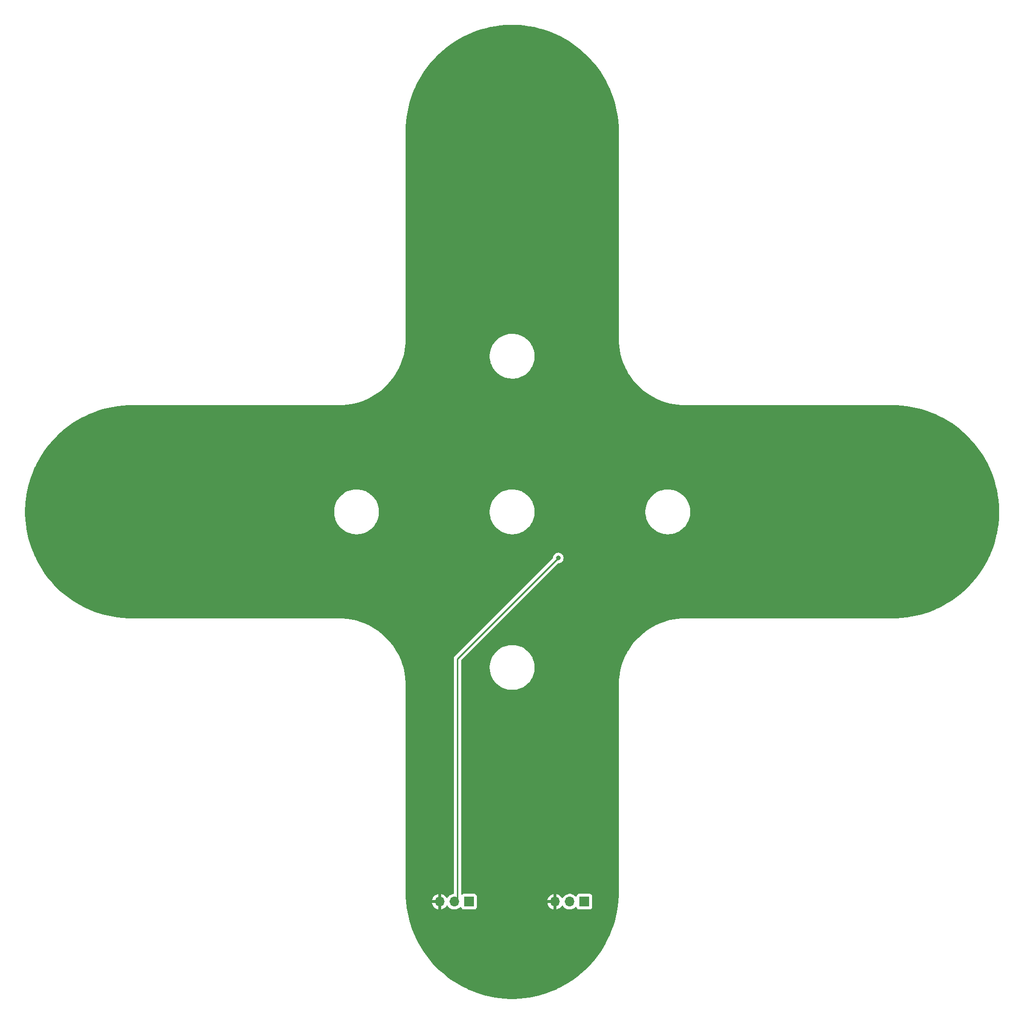
<source format=gbr>
%TF.GenerationSoftware,KiCad,Pcbnew,(6.0.5)*%
%TF.CreationDate,2022-08-25T18:23:53-06:00*%
%TF.ProjectId,Led Zia,4c656420-5a69-4612-9e6b-696361645f70,rev?*%
%TF.SameCoordinates,Original*%
%TF.FileFunction,Copper,L2,Bot*%
%TF.FilePolarity,Positive*%
%FSLAX46Y46*%
G04 Gerber Fmt 4.6, Leading zero omitted, Abs format (unit mm)*
G04 Created by KiCad (PCBNEW (6.0.5)) date 2022-08-25 18:23:53*
%MOMM*%
%LPD*%
G01*
G04 APERTURE LIST*
%TA.AperFunction,ComponentPad*%
%ADD10R,1.700000X1.700000*%
%TD*%
%TA.AperFunction,ComponentPad*%
%ADD11O,1.700000X1.700000*%
%TD*%
%TA.AperFunction,ViaPad*%
%ADD12C,0.800000*%
%TD*%
%TA.AperFunction,Conductor*%
%ADD13C,0.250000*%
%TD*%
G04 APERTURE END LIST*
D10*
%TO.P,J2,1,Pin_1*%
%TO.N,+5V*%
X115525000Y-169625000D03*
D11*
%TO.P,J2,2,Pin_2*%
%TO.N,/23 LEDs1/DOUT*%
X112985000Y-169625000D03*
%TO.P,J2,3,Pin_3*%
%TO.N,GND*%
X110445000Y-169625000D03*
%TD*%
D10*
%TO.P,J1,1,Pin_1*%
%TO.N,+5V*%
X95525000Y-169625000D03*
D11*
%TO.P,J1,2,Pin_2*%
%TO.N,/25 LEDs/DIN*%
X92985000Y-169625000D03*
%TO.P,J1,3,Pin_3*%
%TO.N,GND*%
X90445000Y-169625000D03*
%TD*%
D12*
%TO.N,GND*%
X152000000Y-107000000D03*
X98000000Y-151000000D03*
X86000000Y-145000000D03*
X98000000Y-72000000D03*
X130000000Y-119000000D03*
X75000000Y-85000000D03*
X60000000Y-85000000D03*
X110000000Y-145000000D03*
X146000000Y-95000000D03*
X160000000Y-119000000D03*
X39000000Y-97000000D03*
X45000000Y-85000000D03*
X91000000Y-118000000D03*
X145000000Y-119000000D03*
X98000000Y-164000000D03*
X115000000Y-118000000D03*
X108000000Y-38000000D03*
X108000000Y-132000000D03*
X182000000Y-107000000D03*
X120000000Y-59000000D03*
X96000000Y-44000000D03*
X24000000Y-97000000D03*
X110000000Y-160000000D03*
X108000000Y-53000000D03*
X96000000Y-138000000D03*
X86000000Y-130000000D03*
X108000000Y-23000000D03*
X167000000Y-107000000D03*
X83000000Y-105000000D03*
X100000000Y-82000000D03*
X110000000Y-66000000D03*
X120000000Y-44000000D03*
X87000000Y-86000000D03*
X161000000Y-95000000D03*
X67000000Y-95000000D03*
X106000000Y-122000000D03*
X45000000Y-109000000D03*
X73000000Y-107000000D03*
X137000000Y-107000000D03*
X96000000Y-59000000D03*
X54000000Y-97000000D03*
X131000000Y-95000000D03*
X123000000Y-99000000D03*
X60000000Y-109000000D03*
X120000000Y-74000000D03*
X118000000Y-85000000D03*
X98000000Y-181000000D03*
X86000000Y-160000000D03*
%TO.N,/25 LEDs/DIN*%
X111000000Y-110000000D03*
%TD*%
D13*
%TO.N,/25 LEDs/DIN*%
X93500000Y-169110000D02*
X93500000Y-127500000D01*
X92985000Y-169625000D02*
X93500000Y-169110000D01*
X93500000Y-127500000D02*
X111000000Y-110000000D01*
%TD*%
%TA.AperFunction,Conductor*%
%TO.N,GND*%
G36*
X103423801Y-17513422D02*
G01*
X104259029Y-17551477D01*
X104264753Y-17551868D01*
X105097427Y-17627903D01*
X105103115Y-17628553D01*
X105931447Y-17742405D01*
X105937075Y-17743309D01*
X106759397Y-17894750D01*
X106764989Y-17895912D01*
X107118028Y-17977699D01*
X107579535Y-18084615D01*
X107585092Y-18086036D01*
X108390209Y-18311619D01*
X108395690Y-18313290D01*
X109189723Y-18575290D01*
X109195074Y-18577192D01*
X109976391Y-18875073D01*
X109981670Y-18877224D01*
X110748572Y-19210336D01*
X110753781Y-19212741D01*
X111504717Y-19580409D01*
X111509810Y-19583048D01*
X112243229Y-19984511D01*
X112248197Y-19987379D01*
X112962589Y-20421811D01*
X112967421Y-20424902D01*
X113661307Y-20891403D01*
X113665993Y-20894711D01*
X114337918Y-21392304D01*
X114342449Y-21395822D01*
X114957011Y-21895805D01*
X114991039Y-21923489D01*
X114995405Y-21927210D01*
X115619278Y-22483826D01*
X115623471Y-22487741D01*
X116221403Y-23072213D01*
X116225412Y-23076315D01*
X116796103Y-23687376D01*
X116799922Y-23691657D01*
X117342199Y-24328048D01*
X117345819Y-24332497D01*
X117858585Y-24992928D01*
X117861996Y-24997534D01*
X118344182Y-25680637D01*
X118347355Y-25685357D01*
X118797954Y-26389702D01*
X118800934Y-26394603D01*
X119218982Y-27118684D01*
X119221737Y-27123716D01*
X119606423Y-27866127D01*
X119608925Y-27871237D01*
X119821076Y-28330740D01*
X119959412Y-28630365D01*
X119961697Y-28635626D01*
X120277257Y-29409890D01*
X120279301Y-29415250D01*
X120476468Y-29970024D01*
X120559306Y-30203109D01*
X120561103Y-30208557D01*
X120804945Y-31008298D01*
X120806493Y-31013821D01*
X121013690Y-31823862D01*
X121014982Y-31829437D01*
X121185102Y-32648100D01*
X121186137Y-32653719D01*
X121318814Y-33479244D01*
X121319595Y-33484927D01*
X121414563Y-34315641D01*
X121415084Y-34321354D01*
X121472141Y-35155508D01*
X121472402Y-35161238D01*
X121490458Y-35954246D01*
X121488991Y-35976499D01*
X121486309Y-35993724D01*
X121487473Y-36002626D01*
X121487473Y-36002628D01*
X121490436Y-36025283D01*
X121491500Y-36041621D01*
X121491500Y-71950633D01*
X121490000Y-71970018D01*
X121487690Y-71984851D01*
X121487690Y-71984855D01*
X121486309Y-71993724D01*
X121487130Y-72000000D01*
X121486971Y-72000000D01*
X121505083Y-72645541D01*
X121505232Y-72647306D01*
X121505232Y-72647308D01*
X121558998Y-73284719D01*
X121559363Y-73289050D01*
X121649638Y-73928504D01*
X121649978Y-73930213D01*
X121649981Y-73930231D01*
X121775286Y-74560176D01*
X121775627Y-74561890D01*
X121936931Y-75187215D01*
X122133044Y-75802512D01*
X122133675Y-75804164D01*
X122133676Y-75804168D01*
X122345646Y-76359470D01*
X122363348Y-76405845D01*
X122364062Y-76407440D01*
X122364070Y-76407460D01*
X122573569Y-76875643D01*
X122627119Y-76995316D01*
X122923527Y-77569070D01*
X122924419Y-77570582D01*
X122924420Y-77570584D01*
X123144569Y-77943789D01*
X123251640Y-78125301D01*
X123252615Y-78126760D01*
X123252618Y-78126765D01*
X123609439Y-78660786D01*
X123609452Y-78660805D01*
X123610424Y-78662259D01*
X123998751Y-79178256D01*
X124415400Y-79671667D01*
X124859059Y-80140941D01*
X125328333Y-80584600D01*
X125821744Y-81001249D01*
X126337741Y-81389576D01*
X126339195Y-81390548D01*
X126339214Y-81390561D01*
X126873235Y-81747382D01*
X126874699Y-81748360D01*
X127430930Y-82076473D01*
X128004684Y-82372881D01*
X128006291Y-82373600D01*
X128006295Y-82373602D01*
X128592540Y-82635930D01*
X128592560Y-82635938D01*
X128594155Y-82636652D01*
X128595806Y-82637282D01*
X128595820Y-82637288D01*
X129195832Y-82866324D01*
X129197488Y-82866956D01*
X129812785Y-83063069D01*
X129814509Y-83063514D01*
X129814510Y-83063514D01*
X130436411Y-83223935D01*
X130436420Y-83223937D01*
X130438110Y-83224373D01*
X130439822Y-83224714D01*
X130439824Y-83224714D01*
X131069769Y-83350019D01*
X131069787Y-83350022D01*
X131071496Y-83350362D01*
X131591032Y-83423708D01*
X131709214Y-83440392D01*
X131709217Y-83440392D01*
X131710950Y-83440637D01*
X131712694Y-83440784D01*
X131712702Y-83440785D01*
X132352692Y-83494768D01*
X132352694Y-83494768D01*
X132354459Y-83494917D01*
X132356233Y-83494967D01*
X132356237Y-83494967D01*
X132975103Y-83512331D01*
X132982697Y-83512777D01*
X132987448Y-83513576D01*
X132993966Y-83513655D01*
X132995140Y-83513670D01*
X132995143Y-83513670D01*
X133000000Y-83513729D01*
X133027624Y-83509773D01*
X133045486Y-83508500D01*
X168950633Y-83508500D01*
X168970018Y-83510000D01*
X168984851Y-83512310D01*
X168984855Y-83512310D01*
X168993724Y-83513691D01*
X169018907Y-83510398D01*
X169038108Y-83509368D01*
X169838762Y-83527598D01*
X169844492Y-83527859D01*
X170356536Y-83562883D01*
X170678658Y-83584917D01*
X170684345Y-83585436D01*
X171246719Y-83649727D01*
X171515073Y-83680405D01*
X171520756Y-83681186D01*
X171798573Y-83725836D01*
X172346295Y-83813866D01*
X172351900Y-83814898D01*
X173170563Y-83985018D01*
X173176138Y-83986310D01*
X173986179Y-84193507D01*
X173991702Y-84195055D01*
X174791458Y-84438902D01*
X174796876Y-84440689D01*
X175159127Y-84569433D01*
X175584750Y-84720699D01*
X175590110Y-84722743D01*
X176364374Y-85038303D01*
X176369635Y-85040588D01*
X177128763Y-85391075D01*
X177133873Y-85393577D01*
X177753472Y-85714627D01*
X177876284Y-85778263D01*
X177881316Y-85781018D01*
X178605410Y-86199074D01*
X178610285Y-86202038D01*
X179314643Y-86652645D01*
X179319363Y-86655818D01*
X180002462Y-87138001D01*
X180007072Y-87141415D01*
X180667503Y-87654181D01*
X180671952Y-87657801D01*
X181308343Y-88200078D01*
X181312624Y-88203897D01*
X181923685Y-88774588D01*
X181927787Y-88778597D01*
X182512259Y-89376529D01*
X182516172Y-89380719D01*
X182920217Y-89833586D01*
X183072790Y-90004595D01*
X183076511Y-90008961D01*
X183604178Y-90657551D01*
X183607696Y-90662082D01*
X184105289Y-91334007D01*
X184108597Y-91338693D01*
X184575098Y-92032579D01*
X184578189Y-92037411D01*
X185012621Y-92751803D01*
X185015489Y-92756771D01*
X185416952Y-93490190D01*
X185419591Y-93495283D01*
X185787259Y-94246219D01*
X185789664Y-94251428D01*
X186122772Y-95018321D01*
X186124927Y-95023609D01*
X186422808Y-95804926D01*
X186424710Y-95810277D01*
X186686708Y-96604304D01*
X186688381Y-96609791D01*
X186913964Y-97414908D01*
X186915385Y-97420465D01*
X187093976Y-98191357D01*
X187104086Y-98234999D01*
X187105250Y-98240603D01*
X187255455Y-99056211D01*
X187256688Y-99062907D01*
X187257595Y-99068553D01*
X187371446Y-99896879D01*
X187372097Y-99902573D01*
X187406993Y-100284719D01*
X187448132Y-100735248D01*
X187448523Y-100740971D01*
X187486578Y-101576199D01*
X187486709Y-101581934D01*
X187486709Y-102418066D01*
X187486578Y-102423801D01*
X187448523Y-103259029D01*
X187448132Y-103264752D01*
X187375307Y-104062284D01*
X187372098Y-104097422D01*
X187371447Y-104103115D01*
X187292688Y-104676133D01*
X187257598Y-104931429D01*
X187256691Y-104937075D01*
X187113536Y-105714409D01*
X187105253Y-105759385D01*
X187104088Y-105764989D01*
X187079313Y-105871933D01*
X186915385Y-106579535D01*
X186913964Y-106585092D01*
X186688381Y-107390209D01*
X186686710Y-107395690D01*
X186424710Y-108189723D01*
X186422808Y-108195074D01*
X186124927Y-108976391D01*
X186122776Y-108981670D01*
X185841843Y-109628444D01*
X185789664Y-109748572D01*
X185787259Y-109753781D01*
X185419591Y-110504717D01*
X185416952Y-110509810D01*
X185015489Y-111243229D01*
X185012621Y-111248197D01*
X184578189Y-111962589D01*
X184575098Y-111967421D01*
X184108597Y-112661307D01*
X184105289Y-112665993D01*
X183607696Y-113337918D01*
X183604178Y-113342449D01*
X183076511Y-113991039D01*
X183072797Y-113995397D01*
X182516174Y-114619278D01*
X182512259Y-114623471D01*
X181927787Y-115221403D01*
X181923685Y-115225412D01*
X181312624Y-115796103D01*
X181308343Y-115799922D01*
X180671952Y-116342199D01*
X180667503Y-116345819D01*
X180007072Y-116858585D01*
X180002466Y-116861996D01*
X179319363Y-117344182D01*
X179314643Y-117347355D01*
X178610285Y-117797962D01*
X178605410Y-117800926D01*
X178012585Y-118143194D01*
X177881316Y-118218982D01*
X177876284Y-118221737D01*
X177133873Y-118606423D01*
X177128763Y-118608925D01*
X176503437Y-118897636D01*
X176369635Y-118959412D01*
X176364374Y-118961697D01*
X175590110Y-119277257D01*
X175584750Y-119279301D01*
X175159127Y-119430567D01*
X174796876Y-119559311D01*
X174791458Y-119561098D01*
X173991702Y-119804945D01*
X173986179Y-119806493D01*
X173176138Y-120013690D01*
X173170563Y-120014982D01*
X172351900Y-120185102D01*
X172346295Y-120186134D01*
X171829843Y-120269138D01*
X171520756Y-120318814D01*
X171515073Y-120319595D01*
X171246719Y-120350273D01*
X170684345Y-120414564D01*
X170678658Y-120415083D01*
X170356536Y-120437117D01*
X169844492Y-120472141D01*
X169838762Y-120472402D01*
X169045754Y-120490458D01*
X169023501Y-120488991D01*
X169015148Y-120487690D01*
X169015145Y-120487690D01*
X169006276Y-120486309D01*
X168997374Y-120487473D01*
X168997372Y-120487473D01*
X168982323Y-120489441D01*
X168974714Y-120490436D01*
X168958379Y-120491500D01*
X133053250Y-120491500D01*
X133032345Y-120489754D01*
X133017344Y-120487230D01*
X133017341Y-120487230D01*
X133012552Y-120486424D01*
X133006445Y-120486350D01*
X133004864Y-120486330D01*
X133004860Y-120486330D01*
X133000000Y-120486271D01*
X132995181Y-120486961D01*
X132993593Y-120487065D01*
X132988931Y-120487282D01*
X132356237Y-120505033D01*
X132356233Y-120505033D01*
X132354459Y-120505083D01*
X132352694Y-120505232D01*
X132352692Y-120505232D01*
X131712702Y-120559215D01*
X131712694Y-120559216D01*
X131710950Y-120559363D01*
X131709217Y-120559608D01*
X131709214Y-120559608D01*
X131591032Y-120576292D01*
X131071496Y-120649638D01*
X131069787Y-120649978D01*
X131069769Y-120649981D01*
X130439824Y-120775286D01*
X130438110Y-120775627D01*
X130436420Y-120776063D01*
X130436411Y-120776065D01*
X129814510Y-120936486D01*
X129812785Y-120936931D01*
X129197488Y-121133044D01*
X129195836Y-121133675D01*
X129195832Y-121133676D01*
X128595820Y-121362712D01*
X128595806Y-121362718D01*
X128594155Y-121363348D01*
X128592560Y-121364062D01*
X128592540Y-121364070D01*
X128098822Y-121584995D01*
X128004684Y-121627119D01*
X127430930Y-121923527D01*
X126874699Y-122251640D01*
X126873240Y-122252615D01*
X126873235Y-122252618D01*
X126339214Y-122609439D01*
X126339195Y-122609452D01*
X126337741Y-122610424D01*
X125821744Y-122998751D01*
X125328333Y-123415400D01*
X124859059Y-123859059D01*
X124415400Y-124328333D01*
X123998751Y-124821744D01*
X123610424Y-125337741D01*
X123609452Y-125339195D01*
X123609439Y-125339214D01*
X123252618Y-125873235D01*
X123251640Y-125874699D01*
X123250747Y-125876212D01*
X123250745Y-125876216D01*
X122992495Y-126314012D01*
X122923527Y-126430930D01*
X122627119Y-127004684D01*
X122626400Y-127006291D01*
X122626398Y-127006295D01*
X122364070Y-127592540D01*
X122364062Y-127592560D01*
X122363348Y-127594155D01*
X122362718Y-127595806D01*
X122362712Y-127595820D01*
X122196147Y-128032175D01*
X122133044Y-128197488D01*
X121936931Y-128812785D01*
X121775627Y-129438110D01*
X121775286Y-129439822D01*
X121775286Y-129439824D01*
X121649981Y-130069769D01*
X121649978Y-130069787D01*
X121649638Y-130071496D01*
X121559363Y-130710950D01*
X121559216Y-130712694D01*
X121559215Y-130712702D01*
X121530936Y-131047963D01*
X121505083Y-131354459D01*
X121505033Y-131356233D01*
X121505033Y-131356237D01*
X121487902Y-131966824D01*
X121487331Y-131987159D01*
X121486309Y-131993724D01*
X121486999Y-131999001D01*
X121486971Y-132000000D01*
X121487130Y-132000000D01*
X121489398Y-132017344D01*
X121490436Y-132025283D01*
X121491500Y-132041620D01*
X121491500Y-167950633D01*
X121490000Y-167970018D01*
X121487690Y-167984851D01*
X121487690Y-167984855D01*
X121486309Y-167993724D01*
X121489170Y-168015602D01*
X121489602Y-168018905D01*
X121490632Y-168038108D01*
X121472402Y-168838762D01*
X121472141Y-168844492D01*
X121450596Y-169159470D01*
X121421032Y-169591695D01*
X121415084Y-169678646D01*
X121414564Y-169684345D01*
X121350608Y-170243794D01*
X121319595Y-170515073D01*
X121318814Y-170520756D01*
X121295443Y-170666173D01*
X121244443Y-170983500D01*
X121186137Y-171346281D01*
X121185102Y-171351900D01*
X121157599Y-171484254D01*
X121014985Y-172170550D01*
X121013690Y-172176138D01*
X120806493Y-172986179D01*
X120804945Y-172991702D01*
X120561103Y-173791443D01*
X120559311Y-173796876D01*
X120430567Y-174159127D01*
X120279301Y-174584750D01*
X120277257Y-174590110D01*
X119961697Y-175364374D01*
X119959412Y-175369635D01*
X119608925Y-176128763D01*
X119606423Y-176133873D01*
X119269245Y-176784598D01*
X119221737Y-176876284D01*
X119218982Y-176881316D01*
X118800934Y-177605397D01*
X118797962Y-177610285D01*
X118347355Y-178314643D01*
X118344182Y-178319363D01*
X117861999Y-179002462D01*
X117858585Y-179007072D01*
X117345819Y-179667503D01*
X117342199Y-179671952D01*
X116799922Y-180308343D01*
X116796103Y-180312624D01*
X116225412Y-180923685D01*
X116221403Y-180927787D01*
X115623471Y-181512259D01*
X115619278Y-181516174D01*
X114995405Y-182072790D01*
X114991048Y-182076504D01*
X114584524Y-182407236D01*
X114342449Y-182604178D01*
X114337918Y-182607696D01*
X113665993Y-183105289D01*
X113661307Y-183108597D01*
X112967421Y-183575098D01*
X112962589Y-183578189D01*
X112248197Y-184012621D01*
X112243229Y-184015489D01*
X111509810Y-184416952D01*
X111504717Y-184419591D01*
X110753781Y-184787259D01*
X110748579Y-184789661D01*
X109981670Y-185122776D01*
X109976391Y-185124927D01*
X109195074Y-185422808D01*
X109189723Y-185424710D01*
X108395696Y-185686708D01*
X108390209Y-185688381D01*
X107585092Y-185913964D01*
X107579535Y-185915385D01*
X107118028Y-186022301D01*
X106764989Y-186104088D01*
X106759397Y-186105250D01*
X105937075Y-186256691D01*
X105931447Y-186257595D01*
X105103115Y-186371447D01*
X105097427Y-186372097D01*
X104429805Y-186433060D01*
X104264752Y-186448132D01*
X104259029Y-186448523D01*
X103423801Y-186486578D01*
X103418066Y-186486709D01*
X102581934Y-186486709D01*
X102576199Y-186486578D01*
X101740971Y-186448523D01*
X101735248Y-186448132D01*
X101570195Y-186433060D01*
X100902573Y-186372097D01*
X100896885Y-186371447D01*
X100068553Y-186257595D01*
X100062925Y-186256691D01*
X99240603Y-186105250D01*
X99235011Y-186104088D01*
X98881972Y-186022301D01*
X98420465Y-185915385D01*
X98414908Y-185913964D01*
X97609791Y-185688381D01*
X97604304Y-185686708D01*
X96810277Y-185424710D01*
X96804926Y-185422808D01*
X96023609Y-185124927D01*
X96018330Y-185122776D01*
X95251421Y-184789661D01*
X95246219Y-184787259D01*
X94495283Y-184419591D01*
X94490190Y-184416952D01*
X93756771Y-184015489D01*
X93751803Y-184012621D01*
X93037411Y-183578189D01*
X93032579Y-183575098D01*
X92338693Y-183108597D01*
X92334007Y-183105289D01*
X91662082Y-182607696D01*
X91657551Y-182604178D01*
X91415476Y-182407236D01*
X91008952Y-182076504D01*
X91004595Y-182072790D01*
X90380722Y-181516174D01*
X90376529Y-181512259D01*
X89778597Y-180927787D01*
X89774588Y-180923685D01*
X89203897Y-180312624D01*
X89200078Y-180308343D01*
X88657801Y-179671952D01*
X88654181Y-179667503D01*
X88141415Y-179007072D01*
X88138001Y-179002462D01*
X87655818Y-178319363D01*
X87652645Y-178314643D01*
X87202038Y-177610285D01*
X87199066Y-177605397D01*
X86781018Y-176881316D01*
X86778263Y-176876284D01*
X86730755Y-176784598D01*
X86393577Y-176133873D01*
X86391075Y-176128763D01*
X86040588Y-175369635D01*
X86038303Y-175364374D01*
X85722743Y-174590110D01*
X85720699Y-174584750D01*
X85569433Y-174159127D01*
X85440689Y-173796876D01*
X85438897Y-173791443D01*
X85195055Y-172991702D01*
X85193507Y-172986179D01*
X84986310Y-172176138D01*
X84985015Y-172170550D01*
X84842401Y-171484254D01*
X84814898Y-171351900D01*
X84813863Y-171346281D01*
X84755558Y-170983500D01*
X84704557Y-170666173D01*
X84681186Y-170520756D01*
X84680405Y-170515073D01*
X84649392Y-170243794D01*
X84609285Y-169892966D01*
X89113257Y-169892966D01*
X89143565Y-170027446D01*
X89146645Y-170037275D01*
X89226770Y-170234603D01*
X89231413Y-170243794D01*
X89342694Y-170425388D01*
X89348777Y-170433699D01*
X89488213Y-170594667D01*
X89495580Y-170601883D01*
X89659434Y-170737916D01*
X89667881Y-170743831D01*
X89851756Y-170851279D01*
X89861042Y-170855729D01*
X90060001Y-170931703D01*
X90069899Y-170934579D01*
X90173250Y-170955606D01*
X90187299Y-170954410D01*
X90191000Y-170944065D01*
X90191000Y-170943517D01*
X90699000Y-170943517D01*
X90703064Y-170957359D01*
X90716478Y-170959393D01*
X90723184Y-170958534D01*
X90733262Y-170956392D01*
X90937255Y-170895191D01*
X90946842Y-170891433D01*
X91138095Y-170797739D01*
X91146945Y-170792464D01*
X91320328Y-170668792D01*
X91328200Y-170662139D01*
X91479052Y-170511812D01*
X91485730Y-170503965D01*
X91613022Y-170326819D01*
X91614279Y-170327722D01*
X91661373Y-170284362D01*
X91731311Y-170272145D01*
X91796751Y-170299678D01*
X91824579Y-170331511D01*
X91884987Y-170430088D01*
X92031250Y-170598938D01*
X92203126Y-170741632D01*
X92396000Y-170854338D01*
X92604692Y-170934030D01*
X92609760Y-170935061D01*
X92609763Y-170935062D01*
X92704862Y-170954410D01*
X92823597Y-170978567D01*
X92828772Y-170978757D01*
X92828774Y-170978757D01*
X93041673Y-170986564D01*
X93041677Y-170986564D01*
X93046837Y-170986753D01*
X93051957Y-170986097D01*
X93051959Y-170986097D01*
X93263288Y-170959025D01*
X93263289Y-170959025D01*
X93268416Y-170958368D01*
X93273366Y-170956883D01*
X93477429Y-170895661D01*
X93477434Y-170895659D01*
X93482384Y-170894174D01*
X93682994Y-170795896D01*
X93864860Y-170666173D01*
X93973091Y-170558319D01*
X94035462Y-170524404D01*
X94106268Y-170529592D01*
X94163030Y-170572238D01*
X94180012Y-170603341D01*
X94224385Y-170721705D01*
X94311739Y-170838261D01*
X94428295Y-170925615D01*
X94564684Y-170976745D01*
X94626866Y-170983500D01*
X96423134Y-170983500D01*
X96485316Y-170976745D01*
X96621705Y-170925615D01*
X96738261Y-170838261D01*
X96825615Y-170721705D01*
X96876745Y-170585316D01*
X96883500Y-170523134D01*
X96883500Y-169892966D01*
X109113257Y-169892966D01*
X109143565Y-170027446D01*
X109146645Y-170037275D01*
X109226770Y-170234603D01*
X109231413Y-170243794D01*
X109342694Y-170425388D01*
X109348777Y-170433699D01*
X109488213Y-170594667D01*
X109495580Y-170601883D01*
X109659434Y-170737916D01*
X109667881Y-170743831D01*
X109851756Y-170851279D01*
X109861042Y-170855729D01*
X110060001Y-170931703D01*
X110069899Y-170934579D01*
X110173250Y-170955606D01*
X110187299Y-170954410D01*
X110191000Y-170944065D01*
X110191000Y-170943517D01*
X110699000Y-170943517D01*
X110703064Y-170957359D01*
X110716478Y-170959393D01*
X110723184Y-170958534D01*
X110733262Y-170956392D01*
X110937255Y-170895191D01*
X110946842Y-170891433D01*
X111138095Y-170797739D01*
X111146945Y-170792464D01*
X111320328Y-170668792D01*
X111328200Y-170662139D01*
X111479052Y-170511812D01*
X111485730Y-170503965D01*
X111613022Y-170326819D01*
X111614279Y-170327722D01*
X111661373Y-170284362D01*
X111731311Y-170272145D01*
X111796751Y-170299678D01*
X111824579Y-170331511D01*
X111884987Y-170430088D01*
X112031250Y-170598938D01*
X112203126Y-170741632D01*
X112396000Y-170854338D01*
X112604692Y-170934030D01*
X112609760Y-170935061D01*
X112609763Y-170935062D01*
X112704862Y-170954410D01*
X112823597Y-170978567D01*
X112828772Y-170978757D01*
X112828774Y-170978757D01*
X113041673Y-170986564D01*
X113041677Y-170986564D01*
X113046837Y-170986753D01*
X113051957Y-170986097D01*
X113051959Y-170986097D01*
X113263288Y-170959025D01*
X113263289Y-170959025D01*
X113268416Y-170958368D01*
X113273366Y-170956883D01*
X113477429Y-170895661D01*
X113477434Y-170895659D01*
X113482384Y-170894174D01*
X113682994Y-170795896D01*
X113864860Y-170666173D01*
X113973091Y-170558319D01*
X114035462Y-170524404D01*
X114106268Y-170529592D01*
X114163030Y-170572238D01*
X114180012Y-170603341D01*
X114224385Y-170721705D01*
X114311739Y-170838261D01*
X114428295Y-170925615D01*
X114564684Y-170976745D01*
X114626866Y-170983500D01*
X116423134Y-170983500D01*
X116485316Y-170976745D01*
X116621705Y-170925615D01*
X116738261Y-170838261D01*
X116825615Y-170721705D01*
X116876745Y-170585316D01*
X116883500Y-170523134D01*
X116883500Y-168726866D01*
X116876745Y-168664684D01*
X116825615Y-168528295D01*
X116738261Y-168411739D01*
X116621705Y-168324385D01*
X116485316Y-168273255D01*
X116423134Y-168266500D01*
X114626866Y-168266500D01*
X114564684Y-168273255D01*
X114428295Y-168324385D01*
X114311739Y-168411739D01*
X114224385Y-168528295D01*
X114221233Y-168536703D01*
X114179919Y-168646907D01*
X114137277Y-168703671D01*
X114070716Y-168728371D01*
X114001367Y-168713163D01*
X113968743Y-168687476D01*
X113918151Y-168631875D01*
X113918142Y-168631866D01*
X113914670Y-168628051D01*
X113910619Y-168624852D01*
X113910615Y-168624848D01*
X113743414Y-168492800D01*
X113743410Y-168492798D01*
X113739359Y-168489598D01*
X113703028Y-168469542D01*
X113687136Y-168460769D01*
X113543789Y-168381638D01*
X113538920Y-168379914D01*
X113538916Y-168379912D01*
X113338087Y-168308795D01*
X113338083Y-168308794D01*
X113333212Y-168307069D01*
X113328119Y-168306162D01*
X113328116Y-168306161D01*
X113118373Y-168268800D01*
X113118367Y-168268799D01*
X113113284Y-168267894D01*
X113039452Y-168266992D01*
X112895081Y-168265228D01*
X112895079Y-168265228D01*
X112889911Y-168265165D01*
X112669091Y-168298955D01*
X112456756Y-168368357D01*
X112258607Y-168471507D01*
X112254474Y-168474610D01*
X112254471Y-168474612D01*
X112084100Y-168602530D01*
X112079965Y-168605635D01*
X112054541Y-168632240D01*
X111986280Y-168703671D01*
X111925629Y-168767138D01*
X111922715Y-168771410D01*
X111922714Y-168771411D01*
X111817898Y-168925066D01*
X111762987Y-168970069D01*
X111692462Y-168978240D01*
X111628715Y-168946986D01*
X111608018Y-168922502D01*
X111527426Y-168797926D01*
X111521136Y-168789757D01*
X111377806Y-168632240D01*
X111370273Y-168625215D01*
X111203139Y-168493222D01*
X111194552Y-168487517D01*
X111008117Y-168384599D01*
X110998705Y-168380369D01*
X110797959Y-168309280D01*
X110787988Y-168306646D01*
X110716837Y-168293972D01*
X110703540Y-168295432D01*
X110699000Y-168309989D01*
X110699000Y-170943517D01*
X110191000Y-170943517D01*
X110191000Y-169897115D01*
X110186525Y-169881876D01*
X110185135Y-169880671D01*
X110177452Y-169879000D01*
X109128225Y-169879000D01*
X109114694Y-169882973D01*
X109113257Y-169892966D01*
X96883500Y-169892966D01*
X96883500Y-169359183D01*
X109109389Y-169359183D01*
X109110912Y-169367607D01*
X109123292Y-169371000D01*
X110172885Y-169371000D01*
X110188124Y-169366525D01*
X110189329Y-169365135D01*
X110191000Y-169357452D01*
X110191000Y-168308102D01*
X110187082Y-168294758D01*
X110172806Y-168292771D01*
X110134324Y-168298660D01*
X110124288Y-168301051D01*
X109921868Y-168367212D01*
X109912359Y-168371209D01*
X109723463Y-168469542D01*
X109714738Y-168475036D01*
X109544433Y-168602905D01*
X109536726Y-168609748D01*
X109389590Y-168763717D01*
X109383104Y-168771727D01*
X109263098Y-168947649D01*
X109258000Y-168956623D01*
X109168338Y-169149783D01*
X109164775Y-169159470D01*
X109109389Y-169359183D01*
X96883500Y-169359183D01*
X96883500Y-168726866D01*
X96876745Y-168664684D01*
X96825615Y-168528295D01*
X96738261Y-168411739D01*
X96621705Y-168324385D01*
X96485316Y-168273255D01*
X96423134Y-168266500D01*
X94626866Y-168266500D01*
X94564684Y-168273255D01*
X94428295Y-168324385D01*
X94365818Y-168371209D01*
X94335065Y-168394257D01*
X94268559Y-168419105D01*
X94199176Y-168404052D01*
X94148946Y-168353878D01*
X94133500Y-168293431D01*
X94133500Y-129190108D01*
X99112951Y-129190108D01*
X99132444Y-129385402D01*
X99142807Y-129489220D01*
X99152062Y-129581946D01*
X99230570Y-129967825D01*
X99231517Y-129970867D01*
X99231519Y-129970873D01*
X99262322Y-130069769D01*
X99347671Y-130343795D01*
X99348925Y-130346735D01*
X99353106Y-130356536D01*
X99502168Y-130706007D01*
X99503707Y-130708794D01*
X99503707Y-130708795D01*
X99508902Y-130718206D01*
X99692477Y-131050751D01*
X99694292Y-131053373D01*
X99694295Y-131053377D01*
X99702273Y-131064898D01*
X99916650Y-131374499D01*
X100172393Y-131673935D01*
X100457086Y-131945994D01*
X100459600Y-131947951D01*
X100459601Y-131947952D01*
X100765298Y-132185931D01*
X100765304Y-132185935D01*
X100767815Y-132187890D01*
X100770519Y-132189586D01*
X100770523Y-132189589D01*
X100782892Y-132197348D01*
X101101399Y-132397146D01*
X101454422Y-132571621D01*
X101823269Y-132709527D01*
X101826348Y-132710335D01*
X101826355Y-132710337D01*
X102013716Y-132759490D01*
X102204164Y-132809453D01*
X102207320Y-132809947D01*
X102207319Y-132809947D01*
X102590069Y-132869885D01*
X102590077Y-132869886D01*
X102593207Y-132870376D01*
X102596369Y-132870547D01*
X102596376Y-132870548D01*
X102892938Y-132886609D01*
X102892953Y-132886609D01*
X102894626Y-132886700D01*
X103098601Y-132886700D01*
X103100172Y-132886620D01*
X103100189Y-132886620D01*
X103390107Y-132871933D01*
X103390112Y-132871932D01*
X103393280Y-132871772D01*
X103585611Y-132842341D01*
X103779374Y-132812692D01*
X103779383Y-132812690D01*
X103782534Y-132812208D01*
X103868378Y-132790007D01*
X104160696Y-132714409D01*
X104160704Y-132714406D01*
X104163776Y-132713612D01*
X104166759Y-132712509D01*
X104166764Y-132712507D01*
X104530105Y-132578103D01*
X104530111Y-132578100D01*
X104533102Y-132576994D01*
X104886731Y-132403753D01*
X105221043Y-132195662D01*
X105418923Y-132042723D01*
X105530090Y-131956804D01*
X105530095Y-131956799D01*
X105532615Y-131954852D01*
X105818256Y-131683789D01*
X106075042Y-131385247D01*
X106162123Y-131260420D01*
X106298522Y-131064898D01*
X106298527Y-131064890D01*
X106300345Y-131062284D01*
X106491856Y-130718206D01*
X106493116Y-130715281D01*
X106646353Y-130359470D01*
X106646357Y-130359460D01*
X106647616Y-130356536D01*
X106766029Y-129980977D01*
X106845883Y-129595374D01*
X106886362Y-129203676D01*
X106886381Y-129193271D01*
X106886929Y-128878747D01*
X106887049Y-128809892D01*
X106847938Y-128418054D01*
X106769430Y-128032175D01*
X106764384Y-128015972D01*
X106680444Y-127746473D01*
X106652329Y-127656205D01*
X106648195Y-127646512D01*
X106499085Y-127296930D01*
X106499083Y-127296926D01*
X106497832Y-127293993D01*
X106492713Y-127284719D01*
X106309062Y-126952037D01*
X106307523Y-126949249D01*
X106299538Y-126937716D01*
X106085167Y-126628125D01*
X106085166Y-126628124D01*
X106083350Y-126625501D01*
X105827607Y-126326065D01*
X105542914Y-126054006D01*
X105534354Y-126047342D01*
X105234702Y-125814069D01*
X105234696Y-125814065D01*
X105232185Y-125812110D01*
X105222906Y-125806289D01*
X104901306Y-125604551D01*
X104898601Y-125602854D01*
X104545578Y-125428379D01*
X104176731Y-125290473D01*
X104173652Y-125289665D01*
X104173645Y-125289663D01*
X103986283Y-125240510D01*
X103795836Y-125190547D01*
X103740214Y-125181837D01*
X103409931Y-125130115D01*
X103409923Y-125130114D01*
X103406793Y-125129624D01*
X103403631Y-125129453D01*
X103403624Y-125129452D01*
X103107062Y-125113391D01*
X103107047Y-125113391D01*
X103105374Y-125113300D01*
X102901399Y-125113300D01*
X102899828Y-125113380D01*
X102899811Y-125113380D01*
X102609893Y-125128067D01*
X102609888Y-125128068D01*
X102606720Y-125128228D01*
X102414389Y-125157659D01*
X102220626Y-125187308D01*
X102220617Y-125187310D01*
X102217466Y-125187792D01*
X102131622Y-125209993D01*
X101839304Y-125285591D01*
X101839296Y-125285594D01*
X101836224Y-125286388D01*
X101833241Y-125287491D01*
X101833236Y-125287493D01*
X101469895Y-125421897D01*
X101469889Y-125421900D01*
X101466898Y-125423006D01*
X101113269Y-125596247D01*
X100778957Y-125804338D01*
X100768901Y-125812110D01*
X100469910Y-126043196D01*
X100469905Y-126043201D01*
X100467385Y-126045148D01*
X100181744Y-126316211D01*
X99924958Y-126614753D01*
X99917460Y-126625501D01*
X99701478Y-126935102D01*
X99701473Y-126935110D01*
X99699655Y-126937716D01*
X99698103Y-126940504D01*
X99698102Y-126940506D01*
X99539088Y-127226198D01*
X99508144Y-127281794D01*
X99506886Y-127284714D01*
X99506884Y-127284719D01*
X99353647Y-127640530D01*
X99353643Y-127640540D01*
X99352384Y-127643464D01*
X99233971Y-128019023D01*
X99154117Y-128404626D01*
X99113638Y-128796324D01*
X99113632Y-128799490D01*
X99113632Y-128799499D01*
X99113606Y-128814510D01*
X99112951Y-129190108D01*
X94133500Y-129190108D01*
X94133500Y-127814594D01*
X94153502Y-127746473D01*
X94170405Y-127725499D01*
X110950499Y-110945405D01*
X111012811Y-110911379D01*
X111039594Y-110908500D01*
X111095487Y-110908500D01*
X111101939Y-110907128D01*
X111101944Y-110907128D01*
X111188887Y-110888647D01*
X111282288Y-110868794D01*
X111288319Y-110866109D01*
X111450722Y-110793803D01*
X111450724Y-110793802D01*
X111456752Y-110791118D01*
X111611253Y-110678866D01*
X111739040Y-110536944D01*
X111834527Y-110371556D01*
X111893542Y-110189928D01*
X111913504Y-110000000D01*
X111893542Y-109810072D01*
X111834527Y-109628444D01*
X111739040Y-109463056D01*
X111611253Y-109321134D01*
X111456752Y-109208882D01*
X111450724Y-109206198D01*
X111450722Y-109206197D01*
X111288319Y-109133891D01*
X111288318Y-109133891D01*
X111282288Y-109131206D01*
X111188888Y-109111353D01*
X111101944Y-109092872D01*
X111101939Y-109092872D01*
X111095487Y-109091500D01*
X110904513Y-109091500D01*
X110898061Y-109092872D01*
X110898056Y-109092872D01*
X110811112Y-109111353D01*
X110717712Y-109131206D01*
X110711682Y-109133891D01*
X110711681Y-109133891D01*
X110549278Y-109206197D01*
X110549276Y-109206198D01*
X110543248Y-109208882D01*
X110388747Y-109321134D01*
X110260960Y-109463056D01*
X110165473Y-109628444D01*
X110106458Y-109810072D01*
X110105768Y-109816633D01*
X110105768Y-109816635D01*
X110089093Y-109975292D01*
X110062080Y-110040949D01*
X110052878Y-110051217D01*
X93107747Y-126996348D01*
X93099461Y-127003888D01*
X93092982Y-127008000D01*
X93087557Y-127013777D01*
X93046357Y-127057651D01*
X93043602Y-127060493D01*
X93023865Y-127080230D01*
X93021385Y-127083427D01*
X93013682Y-127092447D01*
X92983414Y-127124679D01*
X92979595Y-127131625D01*
X92979593Y-127131628D01*
X92973652Y-127142434D01*
X92962801Y-127158953D01*
X92950386Y-127174959D01*
X92947241Y-127182228D01*
X92947238Y-127182232D01*
X92932826Y-127215537D01*
X92927609Y-127226187D01*
X92906305Y-127264940D01*
X92904334Y-127272615D01*
X92904334Y-127272616D01*
X92901267Y-127284562D01*
X92894863Y-127303266D01*
X92886819Y-127321855D01*
X92885580Y-127329678D01*
X92885577Y-127329688D01*
X92879901Y-127365524D01*
X92877495Y-127377144D01*
X92866500Y-127419970D01*
X92866500Y-127440224D01*
X92864949Y-127459934D01*
X92861780Y-127479943D01*
X92862526Y-127487835D01*
X92865941Y-127523961D01*
X92866500Y-127535819D01*
X92866500Y-168160561D01*
X92846498Y-168228682D01*
X92792842Y-168275175D01*
X92759559Y-168285111D01*
X92718788Y-168291350D01*
X92669091Y-168298955D01*
X92456756Y-168368357D01*
X92258607Y-168471507D01*
X92254474Y-168474610D01*
X92254471Y-168474612D01*
X92084100Y-168602530D01*
X92079965Y-168605635D01*
X92054541Y-168632240D01*
X91986280Y-168703671D01*
X91925629Y-168767138D01*
X91922715Y-168771410D01*
X91922714Y-168771411D01*
X91817898Y-168925066D01*
X91762987Y-168970069D01*
X91692462Y-168978240D01*
X91628715Y-168946986D01*
X91608018Y-168922502D01*
X91527426Y-168797926D01*
X91521136Y-168789757D01*
X91377806Y-168632240D01*
X91370273Y-168625215D01*
X91203139Y-168493222D01*
X91194552Y-168487517D01*
X91008117Y-168384599D01*
X90998705Y-168380369D01*
X90797959Y-168309280D01*
X90787988Y-168306646D01*
X90716837Y-168293972D01*
X90703540Y-168295432D01*
X90699000Y-168309989D01*
X90699000Y-170943517D01*
X90191000Y-170943517D01*
X90191000Y-169897115D01*
X90186525Y-169881876D01*
X90185135Y-169880671D01*
X90177452Y-169879000D01*
X89128225Y-169879000D01*
X89114694Y-169882973D01*
X89113257Y-169892966D01*
X84609285Y-169892966D01*
X84585436Y-169684345D01*
X84584916Y-169678646D01*
X84578969Y-169591695D01*
X84563065Y-169359183D01*
X89109389Y-169359183D01*
X89110912Y-169367607D01*
X89123292Y-169371000D01*
X90172885Y-169371000D01*
X90188124Y-169366525D01*
X90189329Y-169365135D01*
X90191000Y-169357452D01*
X90191000Y-168308102D01*
X90187082Y-168294758D01*
X90172806Y-168292771D01*
X90134324Y-168298660D01*
X90124288Y-168301051D01*
X89921868Y-168367212D01*
X89912359Y-168371209D01*
X89723463Y-168469542D01*
X89714738Y-168475036D01*
X89544433Y-168602905D01*
X89536726Y-168609748D01*
X89389590Y-168763717D01*
X89383104Y-168771727D01*
X89263098Y-168947649D01*
X89258000Y-168956623D01*
X89168338Y-169149783D01*
X89164775Y-169159470D01*
X89109389Y-169359183D01*
X84563065Y-169359183D01*
X84549404Y-169159470D01*
X84527859Y-168844492D01*
X84527598Y-168838762D01*
X84509630Y-168049600D01*
X84511342Y-168025833D01*
X84512769Y-168017347D01*
X84513576Y-168012552D01*
X84513729Y-168000000D01*
X84509773Y-167972376D01*
X84508500Y-167954514D01*
X84508500Y-132053250D01*
X84510246Y-132032345D01*
X84512770Y-132017344D01*
X84512770Y-132017341D01*
X84513576Y-132012552D01*
X84513729Y-132000000D01*
X84513039Y-131995181D01*
X84512935Y-131993593D01*
X84512718Y-131988931D01*
X84494967Y-131356237D01*
X84494967Y-131356233D01*
X84494917Y-131354459D01*
X84469064Y-131047963D01*
X84440785Y-130712702D01*
X84440784Y-130712694D01*
X84440637Y-130710950D01*
X84350362Y-130071496D01*
X84350022Y-130069787D01*
X84350019Y-130069769D01*
X84224714Y-129439824D01*
X84224714Y-129439822D01*
X84224373Y-129438110D01*
X84063069Y-128812785D01*
X83866956Y-128197488D01*
X83803853Y-128032175D01*
X83637288Y-127595820D01*
X83637282Y-127595806D01*
X83636652Y-127594155D01*
X83635938Y-127592560D01*
X83635930Y-127592540D01*
X83373602Y-127006295D01*
X83373600Y-127006291D01*
X83372881Y-127004684D01*
X83076473Y-126430930D01*
X83007505Y-126314012D01*
X82749255Y-125876216D01*
X82749253Y-125876212D01*
X82748360Y-125874699D01*
X82747382Y-125873235D01*
X82390561Y-125339214D01*
X82390548Y-125339195D01*
X82389576Y-125337741D01*
X82001249Y-124821744D01*
X81584600Y-124328333D01*
X81140941Y-123859059D01*
X80671667Y-123415400D01*
X80178256Y-122998751D01*
X79662259Y-122610424D01*
X79660805Y-122609452D01*
X79660786Y-122609439D01*
X79126765Y-122252618D01*
X79126760Y-122252615D01*
X79125301Y-122251640D01*
X78569070Y-121923527D01*
X77995316Y-121627119D01*
X77901178Y-121584995D01*
X77407460Y-121364070D01*
X77407440Y-121364062D01*
X77405845Y-121363348D01*
X77404194Y-121362718D01*
X77404180Y-121362712D01*
X76804168Y-121133676D01*
X76804164Y-121133675D01*
X76802512Y-121133044D01*
X76187215Y-120936931D01*
X76185490Y-120936486D01*
X75563589Y-120776065D01*
X75563580Y-120776063D01*
X75561890Y-120775627D01*
X75560176Y-120775286D01*
X74930231Y-120649981D01*
X74930213Y-120649978D01*
X74928504Y-120649638D01*
X74408968Y-120576292D01*
X74290786Y-120559608D01*
X74290783Y-120559608D01*
X74289050Y-120559363D01*
X74287306Y-120559216D01*
X74287298Y-120559215D01*
X73647308Y-120505232D01*
X73647306Y-120505232D01*
X73645541Y-120505083D01*
X73643767Y-120505033D01*
X73643763Y-120505033D01*
X73024897Y-120487669D01*
X73017303Y-120487223D01*
X73012552Y-120486424D01*
X73006034Y-120486345D01*
X73004860Y-120486330D01*
X73004857Y-120486330D01*
X73000000Y-120486271D01*
X72981007Y-120488991D01*
X72972376Y-120490227D01*
X72954514Y-120491500D01*
X37049367Y-120491500D01*
X37029982Y-120490000D01*
X37015149Y-120487690D01*
X37015145Y-120487690D01*
X37006276Y-120486309D01*
X36981093Y-120489602D01*
X36961892Y-120490632D01*
X36161238Y-120472402D01*
X36155508Y-120472141D01*
X35643464Y-120437117D01*
X35321342Y-120415083D01*
X35315655Y-120414564D01*
X34753281Y-120350273D01*
X34484927Y-120319595D01*
X34479244Y-120318814D01*
X34170157Y-120269138D01*
X33653705Y-120186134D01*
X33648100Y-120185102D01*
X32829437Y-120014982D01*
X32823862Y-120013690D01*
X32013821Y-119806493D01*
X32008298Y-119804945D01*
X31208542Y-119561098D01*
X31203124Y-119559311D01*
X30840873Y-119430567D01*
X30415250Y-119279301D01*
X30409890Y-119277257D01*
X29635626Y-118961697D01*
X29630365Y-118959412D01*
X29496563Y-118897636D01*
X28871237Y-118608925D01*
X28866127Y-118606423D01*
X28123716Y-118221737D01*
X28118684Y-118218982D01*
X27987415Y-118143194D01*
X27394590Y-117800926D01*
X27389715Y-117797962D01*
X26685357Y-117347355D01*
X26680637Y-117344182D01*
X25997534Y-116861996D01*
X25992928Y-116858585D01*
X25332497Y-116345819D01*
X25328048Y-116342199D01*
X24691657Y-115799922D01*
X24687376Y-115796103D01*
X24076315Y-115225412D01*
X24072213Y-115221403D01*
X23487741Y-114623471D01*
X23483826Y-114619278D01*
X22927203Y-113995397D01*
X22923489Y-113991039D01*
X22395822Y-113342449D01*
X22392304Y-113337918D01*
X21894711Y-112665993D01*
X21891403Y-112661307D01*
X21424902Y-111967421D01*
X21421811Y-111962589D01*
X20987379Y-111248197D01*
X20984511Y-111243229D01*
X20583048Y-110509810D01*
X20580409Y-110504717D01*
X20212741Y-109753781D01*
X20210336Y-109748572D01*
X20158157Y-109628444D01*
X19877224Y-108981670D01*
X19875073Y-108976391D01*
X19577192Y-108195074D01*
X19575290Y-108189723D01*
X19313290Y-107395690D01*
X19311619Y-107390209D01*
X19086036Y-106585092D01*
X19084615Y-106579535D01*
X18920687Y-105871933D01*
X18895912Y-105764989D01*
X18894747Y-105759385D01*
X18886464Y-105714409D01*
X18743309Y-104937075D01*
X18742402Y-104931429D01*
X18707313Y-104676133D01*
X18628553Y-104103115D01*
X18627902Y-104097422D01*
X18624694Y-104062284D01*
X18551868Y-103264752D01*
X18551477Y-103259029D01*
X18513422Y-102423801D01*
X18513291Y-102418066D01*
X18513291Y-102190108D01*
X72112951Y-102190108D01*
X72152062Y-102581946D01*
X72230570Y-102967825D01*
X72231517Y-102970867D01*
X72231519Y-102970873D01*
X72289121Y-103155810D01*
X72347671Y-103343795D01*
X72348925Y-103346735D01*
X72353106Y-103356536D01*
X72502168Y-103706007D01*
X72503707Y-103708794D01*
X72503707Y-103708795D01*
X72508902Y-103718206D01*
X72692477Y-104050751D01*
X72694292Y-104053373D01*
X72694295Y-104053377D01*
X72914833Y-104371875D01*
X72916650Y-104374499D01*
X73172393Y-104673935D01*
X73457086Y-104945994D01*
X73459600Y-104947951D01*
X73459601Y-104947952D01*
X73765298Y-105185931D01*
X73765304Y-105185935D01*
X73767815Y-105187890D01*
X73770519Y-105189586D01*
X73770523Y-105189589D01*
X73782892Y-105197348D01*
X74101399Y-105397146D01*
X74454422Y-105571621D01*
X74823269Y-105709527D01*
X74826348Y-105710335D01*
X74826355Y-105710337D01*
X75013316Y-105759385D01*
X75204164Y-105809453D01*
X75207320Y-105809947D01*
X75207319Y-105809947D01*
X75590069Y-105869885D01*
X75590077Y-105869886D01*
X75593207Y-105870376D01*
X75596369Y-105870547D01*
X75596376Y-105870548D01*
X75892938Y-105886609D01*
X75892953Y-105886609D01*
X75894626Y-105886700D01*
X76098601Y-105886700D01*
X76100172Y-105886620D01*
X76100189Y-105886620D01*
X76390107Y-105871933D01*
X76390112Y-105871932D01*
X76393280Y-105871772D01*
X76585611Y-105842341D01*
X76779374Y-105812692D01*
X76779383Y-105812690D01*
X76782534Y-105812208D01*
X76965070Y-105765001D01*
X77160696Y-105714409D01*
X77160704Y-105714406D01*
X77163776Y-105713612D01*
X77166759Y-105712509D01*
X77166764Y-105712507D01*
X77530105Y-105578103D01*
X77530111Y-105578100D01*
X77533102Y-105576994D01*
X77886731Y-105403753D01*
X78221043Y-105195662D01*
X78326579Y-105114094D01*
X78530090Y-104956804D01*
X78530095Y-104956799D01*
X78532615Y-104954852D01*
X78551329Y-104937093D01*
X78815939Y-104685988D01*
X78815941Y-104685985D01*
X78818256Y-104683789D01*
X79075042Y-104385247D01*
X79273847Y-104100268D01*
X79298522Y-104064898D01*
X79298527Y-104064890D01*
X79300345Y-104062284D01*
X79491856Y-103718206D01*
X79498375Y-103703070D01*
X79646353Y-103359470D01*
X79646357Y-103359460D01*
X79647616Y-103356536D01*
X79766029Y-102980977D01*
X79845883Y-102595374D01*
X79886362Y-102203676D01*
X79886381Y-102193271D01*
X79886387Y-102190108D01*
X99112951Y-102190108D01*
X99152062Y-102581946D01*
X99230570Y-102967825D01*
X99231517Y-102970867D01*
X99231519Y-102970873D01*
X99289120Y-103155810D01*
X99347671Y-103343795D01*
X99348925Y-103346735D01*
X99353106Y-103356536D01*
X99502168Y-103706007D01*
X99503707Y-103708794D01*
X99503707Y-103708795D01*
X99508902Y-103718206D01*
X99692477Y-104050751D01*
X99694292Y-104053373D01*
X99694295Y-104053377D01*
X99914833Y-104371875D01*
X99916650Y-104374499D01*
X100172393Y-104673935D01*
X100457086Y-104945994D01*
X100459600Y-104947951D01*
X100459601Y-104947952D01*
X100765298Y-105185931D01*
X100765304Y-105185935D01*
X100767815Y-105187890D01*
X100770519Y-105189586D01*
X100770523Y-105189589D01*
X100782892Y-105197348D01*
X101101399Y-105397146D01*
X101454422Y-105571621D01*
X101823269Y-105709527D01*
X101826348Y-105710335D01*
X101826355Y-105710337D01*
X102013316Y-105759385D01*
X102204164Y-105809453D01*
X102207320Y-105809947D01*
X102207319Y-105809947D01*
X102590069Y-105869885D01*
X102590077Y-105869886D01*
X102593207Y-105870376D01*
X102596369Y-105870547D01*
X102596376Y-105870548D01*
X102892938Y-105886609D01*
X102892953Y-105886609D01*
X102894626Y-105886700D01*
X103098601Y-105886700D01*
X103100172Y-105886620D01*
X103100189Y-105886620D01*
X103390107Y-105871933D01*
X103390112Y-105871932D01*
X103393280Y-105871772D01*
X103585611Y-105842341D01*
X103779374Y-105812692D01*
X103779383Y-105812690D01*
X103782534Y-105812208D01*
X103965070Y-105765001D01*
X104160696Y-105714409D01*
X104160704Y-105714406D01*
X104163776Y-105713612D01*
X104166759Y-105712509D01*
X104166764Y-105712507D01*
X104530105Y-105578103D01*
X104530111Y-105578100D01*
X104533102Y-105576994D01*
X104886731Y-105403753D01*
X105221043Y-105195662D01*
X105326579Y-105114094D01*
X105530090Y-104956804D01*
X105530095Y-104956799D01*
X105532615Y-104954852D01*
X105551329Y-104937093D01*
X105815939Y-104685988D01*
X105815941Y-104685985D01*
X105818256Y-104683789D01*
X106075042Y-104385247D01*
X106273847Y-104100268D01*
X106298522Y-104064898D01*
X106298527Y-104064890D01*
X106300345Y-104062284D01*
X106491856Y-103718206D01*
X106498375Y-103703070D01*
X106646353Y-103359470D01*
X106646357Y-103359460D01*
X106647616Y-103356536D01*
X106766029Y-102980977D01*
X106845883Y-102595374D01*
X106886362Y-102203676D01*
X106886381Y-102193271D01*
X106886387Y-102190108D01*
X126112951Y-102190108D01*
X126152062Y-102581946D01*
X126230570Y-102967825D01*
X126231517Y-102970867D01*
X126231519Y-102970873D01*
X126289120Y-103155810D01*
X126347671Y-103343795D01*
X126348925Y-103346735D01*
X126353106Y-103356536D01*
X126502168Y-103706007D01*
X126503707Y-103708794D01*
X126503707Y-103708795D01*
X126508902Y-103718206D01*
X126692477Y-104050751D01*
X126694292Y-104053373D01*
X126694295Y-104053377D01*
X126914833Y-104371875D01*
X126916650Y-104374499D01*
X127172393Y-104673935D01*
X127457086Y-104945994D01*
X127459600Y-104947951D01*
X127459601Y-104947952D01*
X127765298Y-105185931D01*
X127765304Y-105185935D01*
X127767815Y-105187890D01*
X127770519Y-105189586D01*
X127770523Y-105189589D01*
X127782892Y-105197348D01*
X128101399Y-105397146D01*
X128454422Y-105571621D01*
X128823269Y-105709527D01*
X128826348Y-105710335D01*
X128826355Y-105710337D01*
X129013316Y-105759385D01*
X129204164Y-105809453D01*
X129207320Y-105809947D01*
X129207319Y-105809947D01*
X129590069Y-105869885D01*
X129590077Y-105869886D01*
X129593207Y-105870376D01*
X129596369Y-105870547D01*
X129596376Y-105870548D01*
X129892938Y-105886609D01*
X129892953Y-105886609D01*
X129894626Y-105886700D01*
X130098601Y-105886700D01*
X130100172Y-105886620D01*
X130100189Y-105886620D01*
X130390107Y-105871933D01*
X130390112Y-105871932D01*
X130393280Y-105871772D01*
X130585611Y-105842341D01*
X130779374Y-105812692D01*
X130779383Y-105812690D01*
X130782534Y-105812208D01*
X130965070Y-105765001D01*
X131160696Y-105714409D01*
X131160704Y-105714406D01*
X131163776Y-105713612D01*
X131166759Y-105712509D01*
X131166764Y-105712507D01*
X131530105Y-105578103D01*
X131530111Y-105578100D01*
X131533102Y-105576994D01*
X131886731Y-105403753D01*
X132221043Y-105195662D01*
X132326579Y-105114094D01*
X132530090Y-104956804D01*
X132530095Y-104956799D01*
X132532615Y-104954852D01*
X132551329Y-104937093D01*
X132815939Y-104685988D01*
X132815941Y-104685985D01*
X132818256Y-104683789D01*
X133075042Y-104385247D01*
X133273847Y-104100268D01*
X133298522Y-104064898D01*
X133298527Y-104064890D01*
X133300345Y-104062284D01*
X133491856Y-103718206D01*
X133498375Y-103703070D01*
X133646353Y-103359470D01*
X133646357Y-103359460D01*
X133647616Y-103356536D01*
X133766029Y-102980977D01*
X133845883Y-102595374D01*
X133886362Y-102203676D01*
X133886381Y-102193271D01*
X133887043Y-101813069D01*
X133887049Y-101809892D01*
X133847938Y-101418054D01*
X133769430Y-101032175D01*
X133764384Y-101015972D01*
X133710880Y-100844190D01*
X133652329Y-100656205D01*
X133648195Y-100646512D01*
X133499085Y-100296930D01*
X133499083Y-100296926D01*
X133497832Y-100293993D01*
X133492713Y-100284719D01*
X133309062Y-99952037D01*
X133307523Y-99949249D01*
X133299538Y-99937716D01*
X133085167Y-99628125D01*
X133085166Y-99628124D01*
X133083350Y-99625501D01*
X132827607Y-99326065D01*
X132542914Y-99054006D01*
X132534354Y-99047342D01*
X132234702Y-98814069D01*
X132234696Y-98814065D01*
X132232185Y-98812110D01*
X132222906Y-98806289D01*
X131901306Y-98604551D01*
X131898601Y-98602854D01*
X131545578Y-98428379D01*
X131176731Y-98290473D01*
X131173652Y-98289665D01*
X131173645Y-98289663D01*
X130965277Y-98234999D01*
X130795836Y-98190547D01*
X130740214Y-98181837D01*
X130409931Y-98130115D01*
X130409923Y-98130114D01*
X130406793Y-98129624D01*
X130403631Y-98129453D01*
X130403624Y-98129452D01*
X130107062Y-98113391D01*
X130107047Y-98113391D01*
X130105374Y-98113300D01*
X129901399Y-98113300D01*
X129899828Y-98113380D01*
X129899811Y-98113380D01*
X129609893Y-98128067D01*
X129609888Y-98128068D01*
X129606720Y-98128228D01*
X129414389Y-98157659D01*
X129220626Y-98187308D01*
X129220617Y-98187310D01*
X129217466Y-98187792D01*
X129131622Y-98209993D01*
X128839304Y-98285591D01*
X128839296Y-98285594D01*
X128836224Y-98286388D01*
X128833241Y-98287491D01*
X128833236Y-98287493D01*
X128469895Y-98421897D01*
X128469889Y-98421900D01*
X128466898Y-98423006D01*
X128113269Y-98596247D01*
X127778957Y-98804338D01*
X127768901Y-98812110D01*
X127469910Y-99043196D01*
X127469905Y-99043201D01*
X127467385Y-99045148D01*
X127465073Y-99047342D01*
X127445705Y-99065722D01*
X127181744Y-99316211D01*
X126924958Y-99614753D01*
X126917460Y-99625501D01*
X126701478Y-99935102D01*
X126701473Y-99935110D01*
X126699655Y-99937716D01*
X126508144Y-100281794D01*
X126506886Y-100284714D01*
X126506884Y-100284719D01*
X126353647Y-100640530D01*
X126353643Y-100640540D01*
X126352384Y-100643464D01*
X126233971Y-101019023D01*
X126154117Y-101404626D01*
X126113638Y-101796324D01*
X126113632Y-101799490D01*
X126113632Y-101799499D01*
X126113293Y-101993951D01*
X126112951Y-102190108D01*
X106886387Y-102190108D01*
X106887043Y-101813069D01*
X106887049Y-101809892D01*
X106847938Y-101418054D01*
X106769430Y-101032175D01*
X106764384Y-101015972D01*
X106710880Y-100844190D01*
X106652329Y-100656205D01*
X106648195Y-100646512D01*
X106499085Y-100296930D01*
X106499083Y-100296926D01*
X106497832Y-100293993D01*
X106492713Y-100284719D01*
X106309062Y-99952037D01*
X106307523Y-99949249D01*
X106299538Y-99937716D01*
X106085167Y-99628125D01*
X106085166Y-99628124D01*
X106083350Y-99625501D01*
X105827607Y-99326065D01*
X105542914Y-99054006D01*
X105534354Y-99047342D01*
X105234702Y-98814069D01*
X105234696Y-98814065D01*
X105232185Y-98812110D01*
X105222906Y-98806289D01*
X104901306Y-98604551D01*
X104898601Y-98602854D01*
X104545578Y-98428379D01*
X104176731Y-98290473D01*
X104173652Y-98289665D01*
X104173645Y-98289663D01*
X103965277Y-98234999D01*
X103795836Y-98190547D01*
X103740214Y-98181837D01*
X103409931Y-98130115D01*
X103409923Y-98130114D01*
X103406793Y-98129624D01*
X103403631Y-98129453D01*
X103403624Y-98129452D01*
X103107062Y-98113391D01*
X103107047Y-98113391D01*
X103105374Y-98113300D01*
X102901399Y-98113300D01*
X102899828Y-98113380D01*
X102899811Y-98113380D01*
X102609893Y-98128067D01*
X102609888Y-98128068D01*
X102606720Y-98128228D01*
X102414389Y-98157659D01*
X102220626Y-98187308D01*
X102220617Y-98187310D01*
X102217466Y-98187792D01*
X102131622Y-98209993D01*
X101839304Y-98285591D01*
X101839296Y-98285594D01*
X101836224Y-98286388D01*
X101833241Y-98287491D01*
X101833236Y-98287493D01*
X101469895Y-98421897D01*
X101469889Y-98421900D01*
X101466898Y-98423006D01*
X101113269Y-98596247D01*
X100778957Y-98804338D01*
X100768901Y-98812110D01*
X100469910Y-99043196D01*
X100469905Y-99043201D01*
X100467385Y-99045148D01*
X100465073Y-99047342D01*
X100445705Y-99065722D01*
X100181744Y-99316211D01*
X99924958Y-99614753D01*
X99917460Y-99625501D01*
X99701478Y-99935102D01*
X99701473Y-99935110D01*
X99699655Y-99937716D01*
X99508144Y-100281794D01*
X99506886Y-100284714D01*
X99506884Y-100284719D01*
X99353647Y-100640530D01*
X99353643Y-100640540D01*
X99352384Y-100643464D01*
X99233971Y-101019023D01*
X99154117Y-101404626D01*
X99113638Y-101796324D01*
X99113632Y-101799490D01*
X99113632Y-101799499D01*
X99113293Y-101993951D01*
X99112951Y-102190108D01*
X79886387Y-102190108D01*
X79887043Y-101813069D01*
X79887049Y-101809892D01*
X79847938Y-101418054D01*
X79769430Y-101032175D01*
X79764384Y-101015972D01*
X79710880Y-100844190D01*
X79652329Y-100656205D01*
X79648195Y-100646512D01*
X79499085Y-100296930D01*
X79499083Y-100296926D01*
X79497832Y-100293993D01*
X79492713Y-100284719D01*
X79309062Y-99952037D01*
X79307523Y-99949249D01*
X79299538Y-99937716D01*
X79085167Y-99628125D01*
X79085166Y-99628124D01*
X79083350Y-99625501D01*
X78827607Y-99326065D01*
X78542914Y-99054006D01*
X78534354Y-99047342D01*
X78234702Y-98814069D01*
X78234696Y-98814065D01*
X78232185Y-98812110D01*
X78222906Y-98806289D01*
X77901306Y-98604551D01*
X77898601Y-98602854D01*
X77545578Y-98428379D01*
X77176731Y-98290473D01*
X77173652Y-98289665D01*
X77173645Y-98289663D01*
X76965277Y-98234999D01*
X76795836Y-98190547D01*
X76740214Y-98181837D01*
X76409931Y-98130115D01*
X76409923Y-98130114D01*
X76406793Y-98129624D01*
X76403631Y-98129453D01*
X76403624Y-98129452D01*
X76107062Y-98113391D01*
X76107047Y-98113391D01*
X76105374Y-98113300D01*
X75901399Y-98113300D01*
X75899828Y-98113380D01*
X75899811Y-98113380D01*
X75609893Y-98128067D01*
X75609888Y-98128068D01*
X75606720Y-98128228D01*
X75414389Y-98157659D01*
X75220626Y-98187308D01*
X75220617Y-98187310D01*
X75217466Y-98187792D01*
X75131622Y-98209993D01*
X74839304Y-98285591D01*
X74839296Y-98285594D01*
X74836224Y-98286388D01*
X74833241Y-98287491D01*
X74833236Y-98287493D01*
X74469895Y-98421897D01*
X74469889Y-98421900D01*
X74466898Y-98423006D01*
X74113269Y-98596247D01*
X73778957Y-98804338D01*
X73768901Y-98812110D01*
X73469910Y-99043196D01*
X73469905Y-99043201D01*
X73467385Y-99045148D01*
X73465073Y-99047342D01*
X73445705Y-99065722D01*
X73181744Y-99316211D01*
X72924958Y-99614753D01*
X72917460Y-99625501D01*
X72701478Y-99935102D01*
X72701473Y-99935110D01*
X72699655Y-99937716D01*
X72508144Y-100281794D01*
X72506886Y-100284714D01*
X72506884Y-100284719D01*
X72353647Y-100640530D01*
X72353643Y-100640540D01*
X72352384Y-100643464D01*
X72233971Y-101019023D01*
X72154117Y-101404626D01*
X72113638Y-101796324D01*
X72113632Y-101799490D01*
X72113632Y-101799499D01*
X72113293Y-101993951D01*
X72112951Y-102190108D01*
X18513291Y-102190108D01*
X18513291Y-101581934D01*
X18513422Y-101576199D01*
X18551477Y-100740971D01*
X18551868Y-100735248D01*
X18593007Y-100284719D01*
X18627903Y-99902573D01*
X18628554Y-99896879D01*
X18742405Y-99068553D01*
X18743312Y-99062907D01*
X18744546Y-99056211D01*
X18894750Y-98240603D01*
X18895914Y-98234999D01*
X18906025Y-98191357D01*
X19084615Y-97420465D01*
X19086036Y-97414908D01*
X19311619Y-96609791D01*
X19313292Y-96604304D01*
X19575290Y-95810277D01*
X19577192Y-95804926D01*
X19875073Y-95023609D01*
X19877228Y-95018321D01*
X20210336Y-94251428D01*
X20212741Y-94246219D01*
X20580409Y-93495283D01*
X20583048Y-93490190D01*
X20984511Y-92756771D01*
X20987379Y-92751803D01*
X21421811Y-92037411D01*
X21424902Y-92032579D01*
X21891403Y-91338693D01*
X21894711Y-91334007D01*
X22392304Y-90662082D01*
X22395822Y-90657551D01*
X22923489Y-90008961D01*
X22927210Y-90004595D01*
X23079784Y-89833586D01*
X23483828Y-89380719D01*
X23487741Y-89376529D01*
X24072213Y-88778597D01*
X24076315Y-88774588D01*
X24687376Y-88203897D01*
X24691657Y-88200078D01*
X25328048Y-87657801D01*
X25332497Y-87654181D01*
X25992928Y-87141415D01*
X25997538Y-87138001D01*
X26680637Y-86655818D01*
X26685357Y-86652645D01*
X27389715Y-86202038D01*
X27394590Y-86199074D01*
X28118684Y-85781018D01*
X28123716Y-85778263D01*
X28246528Y-85714627D01*
X28866127Y-85393577D01*
X28871237Y-85391075D01*
X29630365Y-85040588D01*
X29635626Y-85038303D01*
X30409890Y-84722743D01*
X30415250Y-84720699D01*
X30840873Y-84569433D01*
X31203124Y-84440689D01*
X31208542Y-84438902D01*
X32008298Y-84195055D01*
X32013821Y-84193507D01*
X32823862Y-83986310D01*
X32829437Y-83985018D01*
X33648100Y-83814898D01*
X33653705Y-83813866D01*
X34201427Y-83725836D01*
X34479244Y-83681186D01*
X34484927Y-83680405D01*
X34753281Y-83649727D01*
X35315655Y-83585436D01*
X35321342Y-83584917D01*
X35643464Y-83562883D01*
X36155508Y-83527859D01*
X36161238Y-83527598D01*
X36954246Y-83509542D01*
X36976499Y-83511009D01*
X36984852Y-83512310D01*
X36984855Y-83512310D01*
X36993724Y-83513691D01*
X37002626Y-83512527D01*
X37002628Y-83512527D01*
X37018906Y-83510398D01*
X37025286Y-83509564D01*
X37041621Y-83508500D01*
X72946750Y-83508500D01*
X72967655Y-83510246D01*
X72982656Y-83512770D01*
X72982659Y-83512770D01*
X72987448Y-83513576D01*
X72993555Y-83513650D01*
X72995136Y-83513670D01*
X72995140Y-83513670D01*
X73000000Y-83513729D01*
X73004819Y-83513039D01*
X73006407Y-83512935D01*
X73011069Y-83512718D01*
X73643763Y-83494967D01*
X73643767Y-83494967D01*
X73645541Y-83494917D01*
X73647306Y-83494768D01*
X73647308Y-83494768D01*
X74287298Y-83440785D01*
X74287306Y-83440784D01*
X74289050Y-83440637D01*
X74290783Y-83440392D01*
X74290786Y-83440392D01*
X74408968Y-83423708D01*
X74928504Y-83350362D01*
X74930213Y-83350022D01*
X74930231Y-83350019D01*
X75560176Y-83224714D01*
X75560178Y-83224714D01*
X75561890Y-83224373D01*
X75563580Y-83223937D01*
X75563589Y-83223935D01*
X76185490Y-83063514D01*
X76185491Y-83063514D01*
X76187215Y-83063069D01*
X76802512Y-82866956D01*
X76804168Y-82866324D01*
X77404180Y-82637288D01*
X77404194Y-82637282D01*
X77405845Y-82636652D01*
X77407440Y-82635938D01*
X77407460Y-82635930D01*
X77993705Y-82373602D01*
X77993709Y-82373600D01*
X77995316Y-82372881D01*
X78569070Y-82076473D01*
X79125301Y-81748360D01*
X79126765Y-81747382D01*
X79660786Y-81390561D01*
X79660805Y-81390548D01*
X79662259Y-81389576D01*
X80178256Y-81001249D01*
X80671667Y-80584600D01*
X81140941Y-80140941D01*
X81584600Y-79671667D01*
X82001249Y-79178256D01*
X82389576Y-78662259D01*
X82390548Y-78660805D01*
X82390561Y-78660786D01*
X82747382Y-78126765D01*
X82747385Y-78126760D01*
X82748360Y-78125301D01*
X82855432Y-77943789D01*
X83075580Y-77570584D01*
X83075581Y-77570582D01*
X83076473Y-77569070D01*
X83372881Y-76995316D01*
X83426431Y-76875643D01*
X83635930Y-76407460D01*
X83635938Y-76407440D01*
X83636652Y-76405845D01*
X83654355Y-76359470D01*
X83866324Y-75804168D01*
X83866325Y-75804164D01*
X83866956Y-75802512D01*
X84062147Y-75190108D01*
X99112951Y-75190108D01*
X99152062Y-75581946D01*
X99230570Y-75967825D01*
X99231517Y-75970867D01*
X99231519Y-75970873D01*
X99289120Y-76155810D01*
X99347671Y-76343795D01*
X99348925Y-76346735D01*
X99374827Y-76407460D01*
X99502168Y-76706007D01*
X99503707Y-76708794D01*
X99503707Y-76708795D01*
X99508902Y-76718206D01*
X99692477Y-77050751D01*
X99694292Y-77053373D01*
X99694295Y-77053377D01*
X99702273Y-77064898D01*
X99916650Y-77374499D01*
X100172393Y-77673935D01*
X100457086Y-77945994D01*
X100459600Y-77947951D01*
X100459601Y-77947952D01*
X100765298Y-78185931D01*
X100765304Y-78185935D01*
X100767815Y-78187890D01*
X100770519Y-78189586D01*
X100770523Y-78189589D01*
X100782892Y-78197348D01*
X101101399Y-78397146D01*
X101454422Y-78571621D01*
X101823269Y-78709527D01*
X101826348Y-78710335D01*
X101826355Y-78710337D01*
X102013717Y-78759490D01*
X102204164Y-78809453D01*
X102207320Y-78809947D01*
X102207319Y-78809947D01*
X102590069Y-78869885D01*
X102590077Y-78869886D01*
X102593207Y-78870376D01*
X102596369Y-78870547D01*
X102596376Y-78870548D01*
X102892938Y-78886609D01*
X102892953Y-78886609D01*
X102894626Y-78886700D01*
X103098601Y-78886700D01*
X103100172Y-78886620D01*
X103100189Y-78886620D01*
X103390107Y-78871933D01*
X103390112Y-78871932D01*
X103393280Y-78871772D01*
X103585611Y-78842341D01*
X103779374Y-78812692D01*
X103779383Y-78812690D01*
X103782534Y-78812208D01*
X103868378Y-78790007D01*
X104160696Y-78714409D01*
X104160704Y-78714406D01*
X104163776Y-78713612D01*
X104166759Y-78712509D01*
X104166764Y-78712507D01*
X104530105Y-78578103D01*
X104530111Y-78578100D01*
X104533102Y-78576994D01*
X104886731Y-78403753D01*
X105221043Y-78195662D01*
X105326579Y-78114094D01*
X105530090Y-77956804D01*
X105530095Y-77956799D01*
X105532615Y-77954852D01*
X105818256Y-77683789D01*
X106075042Y-77385247D01*
X106162123Y-77260420D01*
X106298522Y-77064898D01*
X106298527Y-77064890D01*
X106300345Y-77062284D01*
X106491856Y-76718206D01*
X106625685Y-76407460D01*
X106646353Y-76359470D01*
X106646357Y-76359460D01*
X106647616Y-76356536D01*
X106766029Y-75980977D01*
X106845883Y-75595374D01*
X106886362Y-75203676D01*
X106886381Y-75193271D01*
X106887043Y-74813069D01*
X106887049Y-74809892D01*
X106867556Y-74614598D01*
X106848255Y-74421227D01*
X106848254Y-74421221D01*
X106847938Y-74418054D01*
X106769430Y-74032175D01*
X106764384Y-74015972D01*
X106653278Y-73659253D01*
X106652329Y-73656205D01*
X106648195Y-73646512D01*
X106499085Y-73296930D01*
X106499083Y-73296926D01*
X106497832Y-73293993D01*
X106492713Y-73284719D01*
X106309062Y-72952037D01*
X106307523Y-72949249D01*
X106299538Y-72937716D01*
X106085167Y-72628125D01*
X106085166Y-72628124D01*
X106083350Y-72625501D01*
X105827607Y-72326065D01*
X105542914Y-72054006D01*
X105534354Y-72047342D01*
X105234702Y-71814069D01*
X105234696Y-71814065D01*
X105232185Y-71812110D01*
X105222906Y-71806289D01*
X104901306Y-71604551D01*
X104898601Y-71602854D01*
X104545578Y-71428379D01*
X104176731Y-71290473D01*
X104173652Y-71289665D01*
X104173645Y-71289663D01*
X103986284Y-71240510D01*
X103795836Y-71190547D01*
X103740214Y-71181837D01*
X103409931Y-71130115D01*
X103409923Y-71130114D01*
X103406793Y-71129624D01*
X103403631Y-71129453D01*
X103403624Y-71129452D01*
X103107062Y-71113391D01*
X103107047Y-71113391D01*
X103105374Y-71113300D01*
X102901399Y-71113300D01*
X102899828Y-71113380D01*
X102899811Y-71113380D01*
X102609893Y-71128067D01*
X102609888Y-71128068D01*
X102606720Y-71128228D01*
X102414389Y-71157659D01*
X102220626Y-71187308D01*
X102220617Y-71187310D01*
X102217466Y-71187792D01*
X102131622Y-71209993D01*
X101839304Y-71285591D01*
X101839296Y-71285594D01*
X101836224Y-71286388D01*
X101833241Y-71287491D01*
X101833236Y-71287493D01*
X101469895Y-71421897D01*
X101469889Y-71421900D01*
X101466898Y-71423006D01*
X101113269Y-71596247D01*
X100778957Y-71804338D01*
X100768901Y-71812110D01*
X100469910Y-72043196D01*
X100469905Y-72043201D01*
X100467385Y-72045148D01*
X100181744Y-72316211D01*
X99924958Y-72614753D01*
X99903480Y-72645541D01*
X99701478Y-72935102D01*
X99701473Y-72935110D01*
X99699655Y-72937716D01*
X99508144Y-73281794D01*
X99506886Y-73284714D01*
X99506884Y-73284719D01*
X99353647Y-73640530D01*
X99353643Y-73640540D01*
X99352384Y-73643464D01*
X99233971Y-74019023D01*
X99154117Y-74404626D01*
X99113638Y-74796324D01*
X99113632Y-74799490D01*
X99113632Y-74799499D01*
X99113293Y-74993951D01*
X99112951Y-75190108D01*
X84062147Y-75190108D01*
X84063069Y-75187215D01*
X84224373Y-74561890D01*
X84224714Y-74560176D01*
X84350019Y-73930231D01*
X84350022Y-73930213D01*
X84350362Y-73928504D01*
X84440637Y-73289050D01*
X84441003Y-73284719D01*
X84494768Y-72647308D01*
X84494768Y-72647306D01*
X84494917Y-72645541D01*
X84495547Y-72623078D01*
X84512331Y-72024897D01*
X84512777Y-72017303D01*
X84513576Y-72012552D01*
X84513729Y-72000000D01*
X84509773Y-71972376D01*
X84508500Y-71954514D01*
X84508500Y-36053250D01*
X84510246Y-36032345D01*
X84512770Y-36017344D01*
X84512770Y-36017341D01*
X84513576Y-36012552D01*
X84513729Y-36000000D01*
X84510694Y-35978807D01*
X84509454Y-35958079D01*
X84527598Y-35161238D01*
X84527859Y-35155508D01*
X84584916Y-34321354D01*
X84585437Y-34315641D01*
X84680405Y-33484927D01*
X84681186Y-33479244D01*
X84813863Y-32653719D01*
X84814898Y-32648100D01*
X84985018Y-31829437D01*
X84986310Y-31823862D01*
X85193507Y-31013821D01*
X85195055Y-31008298D01*
X85438897Y-30208557D01*
X85440694Y-30203109D01*
X85523533Y-29970024D01*
X85720699Y-29415250D01*
X85722743Y-29409890D01*
X86038303Y-28635626D01*
X86040588Y-28630365D01*
X86178924Y-28330740D01*
X86391075Y-27871237D01*
X86393577Y-27866127D01*
X86778263Y-27123716D01*
X86781018Y-27118684D01*
X87199066Y-26394603D01*
X87202046Y-26389702D01*
X87652645Y-25685357D01*
X87655818Y-25680637D01*
X88138004Y-24997534D01*
X88141415Y-24992928D01*
X88654181Y-24332497D01*
X88657801Y-24328048D01*
X89200078Y-23691657D01*
X89203897Y-23687376D01*
X89774588Y-23076315D01*
X89778597Y-23072213D01*
X90376529Y-22487741D01*
X90380722Y-22483826D01*
X91004595Y-21927210D01*
X91008961Y-21923489D01*
X91042990Y-21895805D01*
X91657551Y-21395822D01*
X91662082Y-21392304D01*
X92334007Y-20894711D01*
X92338693Y-20891403D01*
X93032579Y-20424902D01*
X93037411Y-20421811D01*
X93751803Y-19987379D01*
X93756771Y-19984511D01*
X94490190Y-19583048D01*
X94495283Y-19580409D01*
X95246219Y-19212741D01*
X95251428Y-19210336D01*
X96018330Y-18877224D01*
X96023609Y-18875073D01*
X96804926Y-18577192D01*
X96810277Y-18575290D01*
X97604310Y-18313290D01*
X97609791Y-18311619D01*
X98414908Y-18086036D01*
X98420465Y-18084615D01*
X98881972Y-17977699D01*
X99235011Y-17895912D01*
X99240603Y-17894750D01*
X100062925Y-17743309D01*
X100068553Y-17742405D01*
X100896885Y-17628553D01*
X100902573Y-17627903D01*
X101735247Y-17551868D01*
X101740971Y-17551477D01*
X102576199Y-17513422D01*
X102581934Y-17513291D01*
X103418066Y-17513291D01*
X103423801Y-17513422D01*
G37*
%TD.AperFunction*%
%TD*%
M02*

</source>
